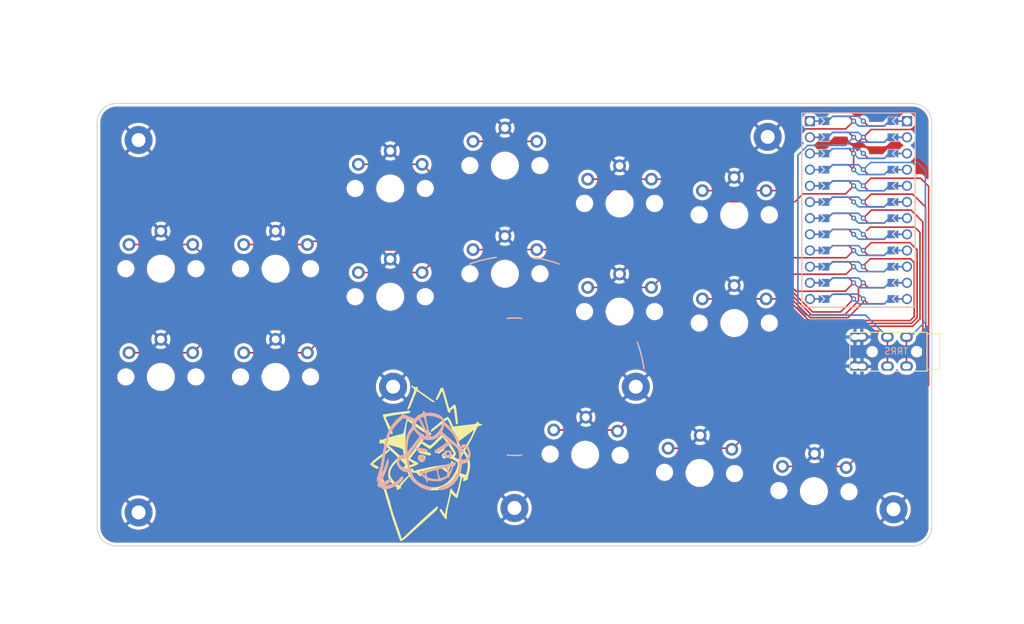
<source format=kicad_pcb>
(kicad_pcb (version 20211014) (generator pcbnew)
  (title_block (title "0xB2 - Splinky") (rev "2") (company "plut0nium"))
  (layers (0 "F.Cu" signal) (31 "B.Cu" signal) (34 "B.Paste" user) (35 "F.Paste" user) (36 "B.SilkS" user "B.Silkscreen") (37 "F.SilkS" user "F.Silkscreen") (38 "B.Mask" user) (39 "F.Mask" user) (44 "Edge.Cuts" user))
  (net 0 "")
  (net 1 "GND")
  (net 2 "matrix_outer_bottom")
  (net 3 "matrix_outer_home")
  (net 4 "matrix_pinky_bottom")
  (net 5 "matrix_pinky_home")
  (net 6 "matrix_ring_bottom")
  (net 7 "matrix_ring_home")
  (net 8 "matrix_middle_bottom")
  (net 9 "matrix_middle_home")
  (net 10 "matrix_index_bottom")
  (net 11 "matrix_index_home")
  (net 12 "matrix_inner_bottom")
  (net 13 "matrix_inner_home")
  (net 14 "thumb_tucky")
  (net 15 "thumb_homey")
  (net 16 "thumb_reachy")
  (net 17 "RAW")
  (net 18 "RESET")
  (net 19 "VCC")
  (net 20 "RX")
  (footprint "pg1350:pg1350-R" (layer "F.Cu") (at 148 78.75)
    (fp_text reference "S11" hide)
    (fp_text value "")
  )
  (footprint "trochilidae:Tenting_Puck2" (layer "F.Cu") (at 113.5 88.75)
    (fp_text reference "REF**")
    (fp_text value "Tenting Puck")
  )
  (footprint "pg1350:pg1350-R" (layer "F.Cu") (at 112 71.01)
    (fp_text reference "S7" hide)
    (fp_text value "")
  )
  (footprint "pg1350:pg1350-R" (layer "F.Cu") (at 124.6 99.432233 -1)
    (fp_text reference "S13" hide)
    (fp_text value "")
  )
  (footprint "pg1350:pg1350-R" (layer "F.Cu") (at 112 54.01)
    (fp_text reference "S8" hide)
    (fp_text value "")
  )
  (footprint "pg1350:pg1350-R" (layer "F.Cu") (at 76 87.21)
    (fp_text reference "S3" hide)
    (fp_text value "")
  )
  (footprint "pg1350:pg1350-R" (layer "F.Cu") (at 130 76.95)
    (fp_text reference "S9" hide)
    (fp_text value "")
  )
  (footprint "pg1350:pg1350-R" (layer "F.Cu") (at 94 57.61)
    (fp_text reference "S6" hide)
    (fp_text value "")
  )
  (footprint "" (layer "F.Cu") (at 173 108)
    (fp_text reference "")
    (fp_text value "")
  )
  (footprint "pg1350:pg1350-R" (layer "F.Cu") (at 94 74.61)
    (fp_text reference "S5" hide)
    (fp_text value "")
  )
  (footprint "img:catra" (layer "F.Cu") (at 99.221906 100.75)
    (fp_text reference "Ref**" hide)
    (fp_text value "Val**" hide)
  )
  (footprint "" (layer "F.Cu") (at 153.25 49.5)
    (fp_text reference "")
    (fp_text value "")
  )
  (footprint "pg1350:pg1350-R" (layer "F.Cu") (at 130 59.95)
    (fp_text reference "S10" hide)
    (fp_text value "")
  )
  (footprint "pg1350:pg1350-R" (layer "F.Cu") (at 148 61.75)
    (fp_text reference "S12" hide)
    (fp_text value "")
  )
  (footprint "* duckyb-collection:ProMicro_jumpers_facedown" (layer "F.Cu") (at 167.5 61 -90)
    (fp_text reference "U1" hide)
    (fp_text value "ProMicro-kbd" hide)
  )
  (footprint "pg1350:pg1350-R" (layer "F.Cu") (at 58 70.21)
    (fp_text reference "S2" hide)
    (fp_text value "")
  )
  (footprint "pg1350:pg1350-R" (layer "F.Cu") (at 76 70.21)
    (fp_text reference "S4" hide)
    (fp_text value "")
  )
  (footprint "pg1350:pg1350-R" (layer "F.Cu") (at 58 87.21)
    (fp_text reference "S1" hide)
    (fp_text value "")
  )
  (footprint "" (layer "F.Cu") (at 54.5 108.5)
    (fp_text reference "")
    (fp_text value "")
  )
  (footprint "Kailh:TRRS-PJ-DPB2" (layer "F.Cu") (at 178.25 83.25 -90)
    (fp_text reference "J2")
    (fp_text value "AudioJack4dpb" hide)
  )
  (footprint "" (layer "F.Cu") (at 54.5 50)
    (fp_text reference "")
    (fp_text value "")
  )
  (footprint "pg1350:pg1350-R" (layer "F.Cu") (at 142.552755 102.295988 -1)
    (fp_text reference "S14" hide)
    (fp_text value "")
  )
  (footprint "pg1350:pg1350-R" (layer "F.Cu") (at 160.50551 105.159743 -1)
    (fp_text reference "S15" hide)
    (fp_text value "")
  )
  (footprint "img:adora" (layer "B.Cu") (at 99.721906 99 180)
    (fp_text reference "Ref**" hide)
    (fp_text value "Val**" hide)
  )
  (gr_arc (start 179 110.75) (mid 178.121324 112.871324) (end 176 113.75) (layer "Edge.Cuts") (width 0.15))
  (gr_line (start 179 47.25) (end 179 110.75) (layer "Edge.Cuts") (width 0.15))
  (gr_line (start 176 113.75) (end 51 113.75) (layer "Edge.Cuts") (width 0.15))
  (gr_arc (start 48 47.25) (mid 48.878685 45.128685) (end 51 44.25) (layer "Edge.Cuts") (width 0.15))
  (gr_line (start 48 110.75) (end 48 47.25) (layer "Edge.Cuts") (width 0.15))
  (gr_line (start 51 44.25) (end 176 44.25) (layer "Edge.Cuts") (width 0.15))
  (gr_arc (start 176 44.25) (mid 178.121311 45.128689) (end 179 47.25) (layer "Edge.Cuts") (width 0.15))
  (gr_arc (start 51 113.75) (mid 48.878667 112.871333) (end 48 110.75) (layer "Edge.Cuts") (width 0.15))
  (segment (start 166.738 51.094) (end 168.262 49.57) (width 0.25) (layer "F.Cu") (net 1))
  (segment (start 169.48656 48.34544) (end 176.59544 48.34544) (width 0.25) (layer "F.Cu") (net 1))
  (segment (start 166.738 52.11) (end 166.738 51.094) (width 0.25) (layer "F.Cu") (net 1))
  (segment (start 166.738 54.65) (end 166.738 52.11) (width 0.25) (layer "F.Cu") (net 1))
  (segment (start 168.262 49.57) (end 169.48656 48.34544) (width 0.25) (layer "F.Cu") (net 1))
  (segment (start 85.80048 77.973802) (end 85.80048 69.813803) (width 0.25) (layer "F.Cu") (net 2))
  (segment (start 85.80048 69.813803) (end 88.813803 66.80048) (width 0.25) (layer "F.Cu") (net 2))
  (segment (start 63 83.41) (end 66.647859 79.762141) (width 0.25) (layer "F.Cu") (net 2))
  (segment (start 84.012141 79.762141) (end 85.80048 77.973802) (width 0.25) (layer "F.Cu") (net 2))
  (segment (start 138.23401 68.70192) (end 151.994788 68.70192) (width 0.25) (layer "F.Cu") (net 2))
  (segment (start 66.647859 79.762141) (end 84.012141 79.762141) (width 0.25) (layer "F.Cu") (net 2))
  (segment (start 164.7056 77.0024) (end 166.738 74.97) (width 0.25) (layer "F.Cu") (net 2))
  (segment (start 88.813803 66.80048) (end 101.738084 66.80048) (width 0.25) (layer "F.Cu") (net 2))
  (segment (start 53 83.41) (end 63 83.41) (width 0.25) (layer "F.Cu") (net 2))
  (segment (start 101.738084 66.80048) (end 106.187606 62.35096) (width 0.25) (layer "F.Cu") (net 2))
  (segment (start 160.29527 77.0024) (end 164.7056 77.0024) (width 0.25) (layer "F.Cu") (net 2))
  (segment (start 106.187606 62.35096) (end 131.883049 62.35096) (width 0.25) (layer "F.Cu") (net 2))
  (segment (start 131.883049 62.35096) (end 138.23401 68.70192) (width 0.25) (layer "F.Cu") (net 2))
  (segment (start 151.994788 68.70192) (end 160.29527 77.0024) (width 0.25) (layer "F.Cu") (net 2))
  (segment (start 124.84856 61.90144) (end 129 57.75) (width 0.25) (layer "F.Cu") (net 3))
  (segment (start 156.714293 72.785707) (end 157.678586 73.75) (width 0.25) (layer "F.Cu") (net 3))
  (segment (start 141.5024 68.2524) (end 152.180985 68.2524) (width 0.25) (layer "F.Cu") (net 3))
  (segment (start 69.59 73) (end 81.978566 73) (width 0.25) (layer "F.Cu") (net 3))
  (segment (start 152.180985 68.2524) (end 156.714293 72.785707) (width 0.25) (layer "F.Cu") (net 3))
  (segment (start 88.627606 66.35096) (end 101.551886 66.35096) (width 0.25) (layer "F.Cu") (net 3))
  (segment (start 129 57.75) (end 131 57.75) (width 0.25) (layer "F.Cu") (net 3))
  (segment (start 106.001409 61.90144) (end 124.84856 61.90144) (width 0.25) (layer "F.Cu") (net 3))
  (segment (start 165.418 73.75) (end 161 73.75) (width 0.25) (layer "F.Cu") (net 3))
  (segment (start 166.738 72.43) (end 165.418 73.75) (width 0.25) (layer "F.Cu") (net 3))
  (segment (start 63 66.41) (end 69.59 73) (width 0.25) (layer "F.Cu") (net 3))
  (segment (start 53 66.41) (end 63 66.41) (width 0.25) (layer "F.Cu") (net 3))
  (segment (start 131 57.75) (end 141.5024 68.2524) (width 0.25) (layer "F.Cu") (net 3))
  (segment (start 157.678586 73.75) (end 161.25 73.75) (width 0.25) (layer "F.Cu") (net 3))
  (segment (start 81.978566 73) (end 88.627606 66.35096) (width 0.25) (layer "F.Cu") (net 3))
  (segment (start 101.551886 66.35096) (end 106.001409 61.90144) (width 0.25) (layer "F.Cu") (net 3))
  (segment (start 167.499886 73.250114) (end 167.499886 75.276397) (width 0.25) (layer "F.Cu") (net 4))
  (segment (start 138.047812 69.15144) (end 131.696853 62.80048) (width 0.25) (layer "F.Cu") (net 4))
  (segment (start 151.808591 69.15144) (end 138.047812 69.15144) (width 0.25) (layer "F.Cu") (net 4))
  (segment (start 168.262 72.43) (end 168.262 72.488) (width 0.25) (layer "F.Cu") (net 4))
  (segment (start 86.25 70) (end 86.25 78.16) (width 0.25) (layer "F.Cu") (net 4))
  (segment (start 89 67.25) (end 86.25 70) (width 0.25) (layer "F.Cu") (net 4))
  (segment (start 165.324363 77.45192) (end 160.109072 77.45192) (width 0.25) (layer "F.Cu") (net 4))
  (segment (start 167.499886 75.276397) (end 165.324363 77.45192) (width 0.25) (layer "F.Cu") (net 4))
  (segment (start 101.924282 67.25) (end 89 67.25) (width 0.25) (layer "F.Cu") (net 4))
  (segment (start 160.109072 77.45192) (end 151.808591 69.15144) (width 0.25) (layer "F.Cu") (net 4))
  (segment (start 71 83.41) (end 81 83.41) (width 0.25) (layer "F.Cu") (net 4))
  (segment (start 86.25 78.16) (end 81 83.41) (width 0.25) (layer "F.Cu") (net 4))
  (segment (start 131.696853 62.80048) (end 106.373803 62.80048) (width 0.25) (layer "F.Cu") (net 4))
  (segment (start 106.373803 62.80048) (end 101.924282 67.25) (width 0.25) (layer "F.Cu") (net 4))
  (segment (start 168.262 72.488) (end 167.499886 73.250114) (width 0.25) (layer "F.Cu") (net 4))
  (segment (start 105.815208 61.45192) (end 120.54808 61.45192) (width 0.25) (layer "F.Cu") (net 5))
  (segment (start 155.64001 71.075706) (end 165.552294 71.075706) (width 0.25) (layer "F.Cu") (net 5))
  (segment (start 101.365688 65.90144) (end 105.815208 61.45192) (width 0.25) (layer "F.Cu") (net 5))
  (segment (start 81.50856 65.90144) (end 101.365688 65.90144) (width 0.25) (layer "F.Cu") (net 5))
  (segment (start 145.55288 67.80288) (end 152.367183 67.80288) (width 0.25) (layer "F.Cu") (net 5))
  (segment (start 120.54808 61.45192) (end 123.75 58.25) (width 0.25) (layer "F.Cu") (net 5))
  (segment (start 136.25 58.5) (end 145.55288 67.80288) (width 0.25) (layer "F.Cu") (net 5))
  (segment (start 127.864282 58.25) (end 128.813802 57.30048) (width 0.25) (layer "F.Cu") (net 5))
  (segment (start 132.385718 58.5) (end 136.25 58.5) (width 0.25) (layer "F.Cu") (net 5))
  (segment (start 128.813802 57.30048) (end 131.186197 57.30048) (width 0.25) (layer "F.Cu") (net 5))
  (segment (start 152.367183 67.80288) (end 155.64001 71.075706) (width 0.25) (layer "F.Cu") (net 5))
  (segment (start 71 66.41) (end 81 66.41) (width 0.25) (layer "F.Cu") (net 5))
  (segment (start 123.75 58.25) (end 127.864282 58.25) (width 0.25) (layer "F.Cu") (net 5))
  (segment (start 165.552294 71.075706) (end 166.738 69.89) (width 0.25) (layer "F.Cu") (net 5))
  (segment (start 81 66.41) (end 81.50856 65.90144) (width 0.25) (layer "F.Cu") (net 5))
  (segment (start 131.186197 57.30048) (end 132.385718 58.5) (width 0.25) (layer "F.Cu") (net 5))
  (segment (start 159.922874 77.90144) (end 165.84856 77.90144) (width 0.25) (layer "F.Cu") (net 6))
  (segment (start 106.56 63.25) (end 131.510655 63.25) (width 0.25) (layer "F.Cu") (net 6))
  (segment (start 99 70.81) (end 106.56 63.25) (width 0.25) (layer "F.Cu") (net 6))
  (segment (start 165.84856 77.90144) (end 168.262 75.488) (width 0.25) (layer "F.Cu") (net 6))
  (segment (start 89 70.81) (end 99 70.81) (width 0.25) (layer "F.Cu") (net 6))
  (segment (start 151.622394 69.60096) (end 159.922874 77.90144) (width 0.25) (layer "F.Cu") (net 6))
  (segment (start 131.510655 63.25) (end 137.861616 69.60096) (width 0.25) (layer "F.Cu") (net 6))
  (segment (start 168.262 75.488) (end 168.262 74.97) (width 0.25) (layer "F.Cu") (net 6))
  (segment (start 137.861616 69.60096) (end 151.622394 69.60096) (width 0.25) (layer "F.Cu") (net 6))
  (segment (start 136.436197 58.05048) (end 138.692859 60.307141) (width 0.25) (layer "F.Cu") (net 7))
  (segment (start 153.743421 68.493421) (end 165.594579 68.493421) (width 0.25) (layer "F.Cu") (net 7))
  (segment (start 165.594579 68.493421) (end 166.738 67.35) (width 0.25) (layer "F.Cu") (net 7))
  (segment (start 120.361882 61.0024) (end 123.563803 57.80048) (width 0.25) (layer "F.Cu") (net 7))
  (segment (start 106.1924 61.0024) (end 120.361882 61.0024) (width 0.25) (layer "F.Cu") (net 7))
  (segment (start 138.692859 60.307141) (end 145.739078 67.35336) (width 0.25) (layer "F.Cu") (net 7))
  (segment (start 145.739078 67.35336) (end 152.60336 67.35336) (width 0.25) (layer "F.Cu") (net 7))
  (segment (start 132.571916 58.05048) (end 136.436197 58.05048) (width 0.25) (layer "F.Cu") (net 7))
  (segment (start 99 53.81) (end 89 53.81) (width 0.25) (layer "F.Cu") (net 7))
  (segment (start 152.60336 67.35336) (end 153.743421 68.493421) (width 0.25) (layer "F.Cu") (net 7))
  (segment (start 123.563803 57.80048) (end 127.678084 57.80048) (width 0.25) (layer "F.Cu") (net 7))
  (segment (start 127.678084 57.80048) (end 128.627605 56.85096) (width 0.25) (layer "F.Cu") (net 7))
  (segment (start 128.627605 56.85096) (end 131.372395 56.85096) (width 0.25) (layer "F.Cu") (net 7))
  (segment (start 99 53.81) (end 106.1924 61.0024) (width 0.25) (layer "F.Cu") (net 7))
  (segment (start 131.372395 56.85096) (end 132.571916 58.05048) (width 0.25) (layer "F.Cu") (net 7))
  (segment (start 117 67.21) (end 134.834938 67.21) (width 0.25) (layer "F.Cu") (net 8))
  (segment (start 175.627604 78.35096) (end 176.2524 77.726164) (width 0.25) (layer "F.Cu") (net 8))
  (segment (start 176.2524 69.25) (end 175.656703 68.654303) (width 0.25) (layer "F.Cu") (net 8))
  (segment (start 134.834938 67.21) (end 137.675418 70.05048) (width 0.25) (layer "F.Cu") (net 8))
  (segment (start 169.345697 68.654303) (end 168.262 69.738) (width 0.25) (layer "F.Cu") (net 8))
  (segment (start 176.2524 77.726164) (end 176.2524 69.25) (width 0.25) (layer "F.Cu") (net 8))
  (segment (start 175.656703 68.654303) (end 169.345697 68.654303) (width 0.25) (layer "F.Cu") (net 8))
  (segment (start 107 67.21) (end 117 67.21) (width 0.25) (layer "F.Cu") (net 8))
  (segment (start 137.675418 70.05048) (end 151.436197 70.05048) (width 0.25) (layer "F.Cu") (net 8))
  (segment (start 168.262 69.738) (end 168.262 69.89) (width 0.25) (layer "F.Cu") (net 8))
  (segment (start 151.436197 70.05048) (end 159.736678 78.35096) (width 0.25) (layer "F.Cu") (net 8))
  (segment (start 159.736678 78.35096) (end 175.627604 78.35096) (width 0.25) (layer "F.Cu") (net 8))
  (segment (start 117 50.21) (end 107 50.21) (width 0.25) (layer "F.Cu") (net 9))
  (segment (start 175.570327 66.118407) (end 169.493593 66.118407) (width 0.25) (layer "F.Cu") (net 10))
  (segment (start 169.493593 66.118407) (end 168.262 67.35) (width 0.25) (layer "F.Cu") (net 10))
  (segment (start 159.55048 78.80048) (end 175.813802 78.80048) (width 0.25) (layer "F.Cu") (net 10))
  (segment (start 135 73.15) (end 137.65 70.5) (width 0.25) (layer "F.Cu") (net 10))
  (segment (start 176.70192 77.912362) (end 176.70192 67.25) (width 0.25) (layer "F.Cu") (net 10))
  (segment (start 151.25 70.5) (end 159.55048 78.80048) (width 0.25) (layer "F.Cu") (net 10))
  (segment (start 175.813802 78.80048) (end 176.70192 77.912362) (width 0.25) (layer "F.Cu") (net 10))
  (segment (start 137.65 70.5) (end 151.25 70.5) (width 0.25) (layer "F.Cu") (net 10))
  (segment (start 176.70192 67.25) (end 175.570327 66.118407) (width 0.25) (layer "F.Cu") (net 10))
  (segment (start 125 73.15) (end 135 73.15) (width 0.25) (layer "F.Cu") (net 10))
  (segment (start 158.796786 58.453214) (end 165.474786 58.453214) (width 0.25) (layer "F.Cu") (net 11))
  (segment (start 165.474786 58.453214) (end 166.738 57.19) (width 0.25) (layer "F.Cu") (net 11))
  (segment (start 140.925479 59.675479) (end 157.574521 59.675479) (width 0.25) (layer "F.Cu") (net 11))
  (segment (start 135 56.15) (end 137.4 56.15) (width 0.25) (layer "F.Cu") (net 11))
  (segment (start 157.574521 59.675479) (end 158.796786 58.453214) (width 0.25) (layer "F.Cu") (net 11))
  (segment (start 137.4 56.15) (end 140.925479 59.675479) (width 0.25) (layer "F.Cu") (net 11))
  (segment (start 125 56.15) (end 135 56.15) (width 0.25) (layer "F.Cu") (net 11))
  (segment (start 154.7 74.95) (end 159 79.25) (width 0.25) (layer "F.Cu") (net 12))
  (segment (start 177.15144 78.09856) (end 177.15144 64.5) (width 0.25) (layer "F.Cu") (net 12))
  (segment (start 177.15144 64.5) (end 176.336929 63.685489) (width 0.25) (layer "F.Cu") (net 12))
  (segment (start 176.336929 63.685489) (end 169.314511 63.685489) (width 0.25) (layer "F.Cu") (net 12))
  (segment (start 153 74.95) (end 154.7 74.95) (width 0.25) (layer "F.Cu") (net 12))
  (segment (start 143 74.95) (end 153 74.95) (width 0.25) (layer "F.Cu") (net 12))
  (segment (start 159 79.25) (end 176 79.25) (width 0.25) (layer "F.Cu") (net 12))
  (segment (start 169.314511 63.685489) (end 168.75 64.25) (width 0.25) (layer "F.Cu") (net 12))
  (segment (start 176 79.25) (end 177.15144 78.09856) (width 0.25) (layer "F.Cu") (net 12))
  (segment (start 159.25 48.25) (end 165.5 48.25) (width 0.25) (layer "F.Cu") (net 13))
  (segment (start 166 47.75) (end 166.018 47.75) (width 0.25) (layer "F.Cu") (net 13))
  (segment (start 166.018 47.75) (end 166.738 47.03) (width 0.25) (layer "F.Cu") (net 13))
  (segment (start 157.25 55.5) (end 157.25 50.25) (width 0.25) (layer "F.Cu") (net 13))
  (segment (start 153 57.95) (end 154.8 57.95) (width 0.25) (layer "F.Cu") (net 13))
  (segment (start 154.8 57.95) (end 157.25 55.5) (width 0.25) (layer "F.Cu") (net 13))
  (segment (start 143 57.95) (end 153 57.95) (width 0.25) (layer "F.Cu") (net 13))
  (segment (start 157.25 50.25) (end 159.25 48.25) (width 0.25) (layer "F.Cu") (net 13))
  (segment (start 165.5 48.25) (end 166 47.75) (width 0.25) (layer "F.Cu") (net 13))
  (segment (start 168.262 62.27) (end 169.532 61) (width 0.25) (layer "F.Cu") (net 14))
  (segment (start 171.027142 94.720074) (end 177.60096 88.146256) (width 0.25) (layer "F.Cu") (net 14))
  (segment (start 177.60096 62.85096) (end 177.60096 64.5) (width 0.25) (layer "F.Cu") (net 14))
  (segment (start 169.532 61) (end 175.75 61) (width 0.25) (layer "F.Cu") (net 14))
  (segment (start 177.60096 88.146256) (end 177.60096 64.25) (width 0.25) (layer "F.Cu") (net 14))
  (segment (start 175.75 61) (end 177.60096 62.85096) (width 0.25) (layer "F.Cu") (net 14))
  (segment (start 129.491034 95.54555) (end 129.665558 95.720074) (width 0.25) (layer "F.Cu") (net 14))
  (segment (start 129.665558 95.720074) (end 130.665558 94.720074) (width 0.25) (layer "F.Cu") (net 14))
  (segment (start 119.667081 95.54555) (end 129.491034 95.54555) (width 0.25) (layer "F.Cu") (net 14))
  (segment (start 130.665558 94.720074) (end 171.027142 94.720074) (width 0.25) (layer "F.Cu") (net 14))
  (segment (start 178.05048 60.55048) (end 178.05048 88.332454) (width 0.25) (layer "F.Cu") (net 15))
  (segment (start 148.702142 97.5) (end 147.618313 98.583829) (width 0.25) (layer "F.Cu") (net 15))
  (segment (start 168.262 59.73) (end 169.492 58.5) (width 0.25) (layer "F.Cu") (net 15))
  (segment (start 169.492 58.5) (end 176 58.5) (width 0.25) (layer "F.Cu") (net 15))
  (segment (start 137.619836 98.409305) (end 147.443789 98.409305) (width 0.25) (layer "F.Cu") (net 15))
  (segment (start 168.882934 97.5) (end 148.702142 97.5) (width 0.25) (layer "F.Cu") (net 15))
  (segment (start 178.05048 88.332454) (end 168.882934 97.5) (width 0.25) (layer "F.Cu") (net 15))
  (segment (start 176 58.5) (end 178.05048 60.55048) (width 0.25) (layer "F.Cu") (net 15))
  (segment (start 147.443789 98.409305) (end 147.618313 98.583829) (width 0.25) (layer "F.Cu") (net 15))
  (segment (start 165.396544 101.27306) (end 165.571068 101.447584) (width 0.25) (layer "F.Cu") (net 16))
  (segment (start 168.262 57.19) (end 169.452 56) (width 0.25) (layer "F.Cu") (net 16))
  (segment (start 169.452 56) (end 177.25 56) (width 0.25) (layer "F.Cu") (net 16))
  (segment (start 178.5 57.25) (end 178.5 88.518652) (width 0.25) (layer "F.Cu") (net 16))
  (segment (start 178.5 88.518652) (end 165.571068 101.447584) (width 0.25) (layer "F.Cu") (net 16))
  (segment (start 155.572591 101.27306) (end 165.396544 101.27306) (width 0.25) (layer "F.Cu") (net 16))
  (segment (start 177.25 56) (end 178.5 57.25) (width 0.25) (layer "F.Cu") (net 16))
  (segment (start 175.03 80.92) (end 175.03 85.53) (width 0.25) (layer "F.Cu") (net 19))
  (segment (start 175.03 85.53) (end 175.05 85.55) (width 0.25) (layer "F.Cu") (net 19))
  (segment (start 169.386511 53.525489) (end 168.262 54.65) (width 0.25) (layer "B.Cu") (net 19))
  (segment (start 176.775489 53.525489) (end 169.386511 53.525489) (width 0.25) (layer "B.Cu") (net 19))
  (segment (start 178 78.5) (end 178 54.75) (width 0.25) (layer "B.Cu") (net 19))
  (segment (start 178 54.75) (end 176.775489 53.525489) (width 0.25) (layer "B.Cu") (net 19))
  (segment (start 175.58 80.92) (end 178 78.5) (width 0.25) (layer "B.Cu") (net 19))
  (segment (start 175.03 80.92) (end 175.58 80.92) (width 0.25) (layer "B.Cu") (net 19))
  (segment (start 172.05 85.55) (end 172.05 80.94) (width 0.25) (layer "F.Cu") (net 20))
  (segment (start 172.05 80.94) (end 172.03 80.92) (width 0.25) (layer "F.Cu") (net 20))
  (segment (start 158 76.25) (end 159.25 77.5) (width 0.25) (layer "B.Cu") (net 20))
  (segment (start 159.533402 50.842094) (end 158 52.375496) (width 0.25) (layer "B.Cu") (net 20))
  (segment (start 168.61 77.5) (end 172.03 80.92) (width 0.25) (layer "B.Cu") (net 20))
  (segment (start 166.738 49.57) (end 165.465906 50.842094) (width 0.25) (layer "B.Cu") (net 20))
  (segment (start 158 52.375496) (end 158 76.25) (width 0.25) (layer "B.Cu") (net 20))
  (segment (start 159.25 77.5) (end 168.61 77.5) (width 0.25) (layer "B.Cu") (net 20))
  (segment (start 165.465906 50.842094) (end 159.533402 50.842094) (width 0.25) (layer "B.Cu") (net 20))
  (zone (net 1) (net_name "GND") (layers F&B.Cu) (connect_pads (clearance 0.508)) (min_thickness 0.254) (fill yes (thermal_gap 0.508) (thermal_bridge_width 0.508))
    (polygon (pts (xy 192 30.75) (xy 193.5 126) (xy 37.720038 125.904556) (xy 32.75 28)))
  )
)
</source>
